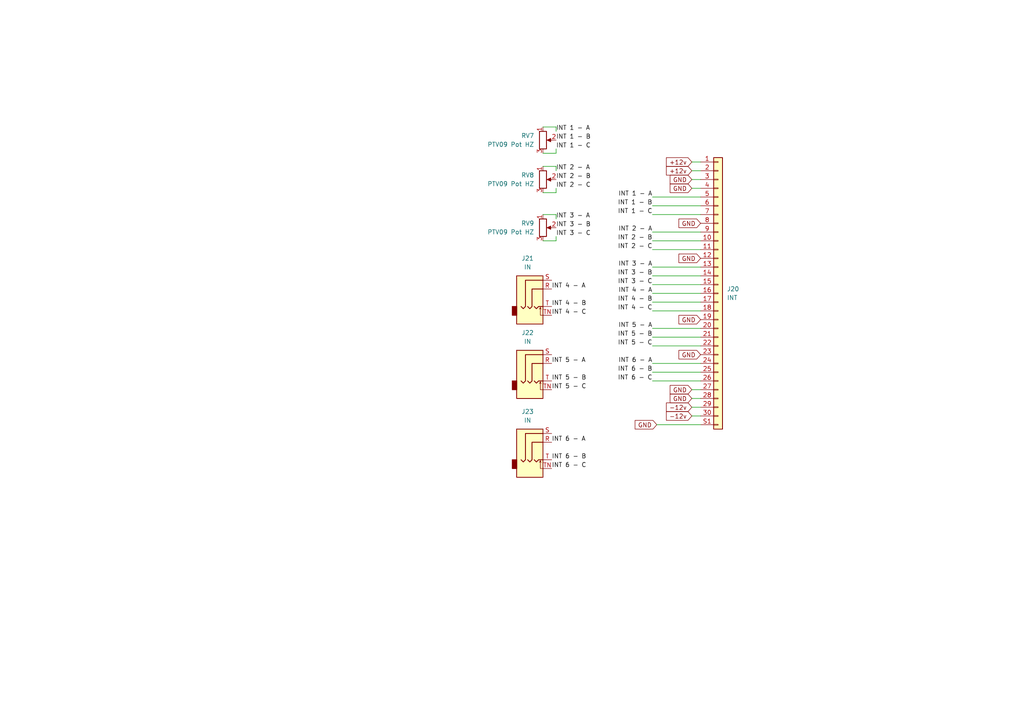
<source format=kicad_sch>
(kicad_sch (version 20231120) (generator "eeschema") (generator_version "8.0")
  (paper "A4")
  (title_block (title "Audio Thing Template") (rev "1.0") (company "velvia-fifty") (comment 1 "https://github.com/velvia-fifty/AudioThings") (comment 2 "You should have changed this already :)") (comment 4 "Stay humble"))
  (lib_symbols
    (symbol "Connector_Audio:AudioJack3_SwitchT"
      (property "Reference" "J" (at 0 8.89 0))
      (property "Value" "AudioJack3_SwitchT" (at 0 6.35 0))
      (symbol "AudioJack3_SwitchT_0_1"
        (rectangle (start -5.08 -5.08) (end -6.35 -7.62) (stroke (width 0.254)) (fill (type outline)))
        (polyline (pts (xy 1.778 -5.334) (xy 2.032 -5.842)))
        (polyline (pts (xy 0 -5.08) (xy 0.635 -5.715) (xy 1.27 -5.08) (xy 2.54 -5.08)) (stroke (width 0.254)))
        (polyline (pts (xy 2.54 -7.62) (xy 1.778 -7.62) (xy 1.778 -5.334) (xy 1.524 -5.842)))
        (polyline (pts (xy -1.905 -5.08) (xy -1.27 -5.715) (xy -0.635 -5.08) (xy -0.635 0) (xy 2.54 0)) (stroke (width 0.254)))
        (polyline (pts (xy 2.54 2.54) (xy -2.54 2.54) (xy -2.54 -5.08) (xy -3.175 -5.715) (xy -3.81 -5.08)) (stroke (width 0.254)))
        (rectangle (start 2.54 3.81) (end -5.08 -10.16) (stroke (width 0.254)) (fill (type background)))
      )
      (symbol "AudioJack3_SwitchT_1_1"
        (pin passive line (at 5.08 0 180) (length 2.54) (name "~") (number "R"))
        (pin passive line (at 5.08 2.54 180) (length 2.54) (name "~") (number "S"))
        (pin passive line (at 5.08 -5.08 180) (length 2.54) (name "~") (number "T"))
        (pin passive line (at 5.08 -7.62 180) (length 2.54) (name "~") (number "TN"))
      )
    )
    (symbol "Connector_Generic:Conn_01x31" (pin_names (offset 1.016) hide)
      (property "Reference" "J10" (at 2.54 1.2701 0))
      (property "Value" "Conn_01x31" (at 2.54 -1.2699 0))
      (symbol "Conn_01x31_1_1"
        (rectangle (start -1.27 -37.973) (end 0 -38.227) (stroke (width 0.1524)))
        (rectangle (start -1.27 -35.433) (end 0 -35.687) (stroke (width 0.1524)))
        (rectangle (start -1.27 -32.893) (end 0 -33.147) (stroke (width 0.1524)))
        (rectangle (start -1.27 -30.353) (end 0 -30.607) (stroke (width 0.1524)))
        (rectangle (start -1.27 -27.813) (end 0 -28.067) (stroke (width 0.1524)))
        (rectangle (start -1.27 -25.273) (end 0 -25.527) (stroke (width 0.1524)))
        (rectangle (start -1.27 -22.733) (end 0 -22.987) (stroke (width 0.1524)))
        (rectangle (start -1.27 -20.193) (end 0 -20.447) (stroke (width 0.1524)))
        (rectangle (start -1.27 -17.653) (end 0 -17.907) (stroke (width 0.1524)))
        (rectangle (start -1.27 -15.113) (end 0 -15.367) (stroke (width 0.1524)))
        (rectangle (start -1.27 -12.573) (end 0 -12.827) (stroke (width 0.1524)))
        (rectangle (start -1.27 -10.033) (end 0 -10.287) (stroke (width 0.1524)))
        (rectangle (start -1.27 -7.493) (end 0 -7.747) (stroke (width 0.1524)))
        (rectangle (start -1.27 -4.953) (end 0 -5.207) (stroke (width 0.1524)))
        (rectangle (start -1.27 -2.413) (end 0 -2.667) (stroke (width 0.1524)))
        (rectangle (start -1.27 0.127) (end 0 -0.127) (stroke (width 0.1524)))
        (rectangle (start -1.27 2.667) (end 0 2.413) (stroke (width 0.1524)))
        (rectangle (start -1.27 5.207) (end 0 4.953) (stroke (width 0.1524)))
        (rectangle (start -1.27 7.747) (end 0 7.493) (stroke (width 0.1524)))
        (rectangle (start -1.27 10.287) (end 0 10.033) (stroke (width 0.1524)))
        (rectangle (start -1.27 12.827) (end 0 12.573) (stroke (width 0.1524)))
        (rectangle (start -1.27 15.367) (end 0 15.113) (stroke (width 0.1524)))
        (rectangle (start -1.27 17.907) (end 0 17.653) (stroke (width 0.1524)))
        (rectangle (start -1.27 20.447) (end 0 20.193) (stroke (width 0.1524)))
        (rectangle (start -1.27 22.987) (end 0 22.733) (stroke (width 0.1524)))
        (rectangle (start -1.27 25.527) (end 0 25.273) (stroke (width 0.1524)))
        (rectangle (start -1.27 28.067) (end 0 27.813) (stroke (width 0.1524)))
        (rectangle (start -1.27 30.607) (end 0 30.353) (stroke (width 0.1524)))
        (rectangle (start -1.27 33.147) (end 0 32.893) (stroke (width 0.1524)))
        (rectangle (start -1.27 35.687) (end 0 35.433) (stroke (width 0.1524)))
        (rectangle (start -1.27 38.227) (end 0 37.973) (stroke (width 0.1524)))
        (rectangle (start -1.27 39.37) (end 1.27 -39.37) (stroke (width 0.254)) (fill (type background)))
        (pin passive line (at -5.08 38.1 0) (length 3.81) (name "Pin_1") (number "1"))
        (pin passive line (at -5.08 15.24 0) (length 3.81) (name "Pin_10") (number "10"))
        (pin passive line (at -5.08 12.7 0) (length 3.81) (name "Pin_11") (number "11"))
        (pin passive line (at -5.08 10.16 0) (length 3.81) (name "Pin_12") (number "12"))
        (pin passive line (at -5.08 7.62 0) (length 3.81) (name "Pin_13") (number "13"))
        (pin passive line (at -5.08 5.08 0) (length 3.81) (name "Pin_14") (number "14"))
        (pin passive line (at -5.08 2.54 0) (length 3.81) (name "Pin_15") (number "15"))
        (pin passive line (at -5.08 0 0) (length 3.81) (name "Pin_16") (number "16"))
        (pin passive line (at -5.08 -2.54 0) (length 3.81) (name "Pin_17") (number "17"))
        (pin passive line (at -5.08 -5.08 0) (length 3.81) (name "Pin_18") (number "18"))
        (pin passive line (at -5.08 -7.62 0) (length 3.81) (name "Pin_19") (number "19"))
        (pin passive line (at -5.08 35.56 0) (length 3.81) (name "Pin_2") (number "2"))
        (pin passive line (at -5.08 -10.16 0) (length 3.81) (name "Pin_20") (number "20"))
        (pin passive line (at -5.08 -12.7 0) (length 3.81) (name "Pin_21") (number "21"))
        (pin passive line (at -5.08 -15.24 0) (length 3.81) (name "Pin_22") (number "22"))
        (pin passive line (at -5.08 -17.78 0) (length 3.81) (name "Pin_23") (number "23"))
        (pin passive line (at -5.08 -20.32 0) (length 3.81) (name "Pin_24") (number "24"))
        (pin passive line (at -5.08 -22.86 0) (length 3.81) (name "Pin_25") (number "25"))
        (pin passive line (at -5.08 -25.4 0) (length 3.81) (name "Pin_26") (number "26"))
        (pin passive line (at -5.08 -27.94 0) (length 3.81) (name "Pin_27") (number "27"))
        (pin passive line (at -5.08 -30.48 0) (length 3.81) (name "Pin_28") (number "28"))
        (pin passive line (at -5.08 -33.02 0) (length 3.81) (name "Pin_29") (number "29"))
        (pin passive line (at -5.08 33.02 0) (length 3.81) (name "Pin_3") (number "3"))
        (pin passive line (at -5.08 -35.56 0) (length 3.81) (name "Pin_30") (number "30"))
        (pin passive line (at -5.08 30.48 0) (length 3.81) (name "Pin_4") (number "4"))
        (pin passive line (at -5.08 27.94 0) (length 3.81) (name "Pin_5") (number "5"))
        (pin passive line (at -5.08 25.4 0) (length 3.81) (name "Pin_6") (number "6"))
        (pin passive line (at -5.08 22.86 0) (length 3.81) (name "Pin_7") (number "7"))
        (pin passive line (at -5.08 20.32 0) (length 3.81) (name "Pin_8") (number "8"))
        (pin passive line (at -5.08 17.78 0) (length 3.81) (name "Pin_9") (number "9"))
        (pin passive line (at -5.08 -38.1 0) (length 3.81) (name "S1") (number "S1"))
      )
    )
    (symbol "Device:R_Potentiometer" (pin_names (offset 1.016) hide)
      (property "Reference" "RV" (at -4.445 0 90))
      (property "Value" "R_Potentiometer" (at -2.54 0 90))
      (symbol "R_Potentiometer_0_1"
        (polyline (pts (xy 2.54 0) (xy 1.524 0)))
        (polyline (pts (xy 1.143 0) (xy 2.286 0.508) (xy 2.286 -0.508) (xy 1.143 0)) (fill (type outline)))
        (rectangle (start 1.016 2.54) (end -1.016 -2.54) (stroke (width 0.254)))
      )
      (symbol "R_Potentiometer_1_1"
        (pin passive line (at 0 3.81 270) (length 1.27) (name "1") (number "1"))
        (pin passive line (at 3.81 0 180) (length 1.27) (name "2") (number "2"))
        (pin passive line (at 0 -3.81 90) (length 1.27) (name "3") (number "3"))
      )
    )
  )
  (wire (pts (xy 157.48 36.83) (xy 161.29 36.83)))
  (wire (pts (xy 161.29 54.61) (xy 161.29 55.88)))
  (wire (pts (xy 161.29 43.18) (xy 161.29 44.45)))
  (wire (pts (xy 200.66 120.65) (xy 203.2 120.65)))
  (wire (pts (xy 200.66 118.11) (xy 203.2 118.11)))
  (wire (pts (xy 189.23 97.79) (xy 203.2 97.79)))
  (wire (pts (xy 189.23 57.15) (xy 203.2 57.15)))
  (wire (pts (xy 189.23 87.63) (xy 203.2 87.63)))
  (wire (pts (xy 189.23 62.23) (xy 203.2 62.23)))
  (wire (pts (xy 189.23 85.09) (xy 203.2 85.09)))
  (wire (pts (xy 189.23 95.25) (xy 203.2 95.25)))
  (wire (pts (xy 161.29 68.58) (xy 161.29 69.85)))
  (wire (pts (xy 161.29 62.23) (xy 157.48 62.23)))
  (wire (pts (xy 161.29 36.83) (xy 161.29 38.1)))
  (wire (pts (xy 189.23 69.85) (xy 203.2 69.85)))
  (wire (pts (xy 189.23 80.01) (xy 203.2 80.01)))
  (wire (pts (xy 189.23 110.49) (xy 203.2 110.49)))
  (wire (pts (xy 189.23 100.33) (xy 203.2 100.33)))
  (wire (pts (xy 190.5 123.19) (xy 203.2 123.19)))
  (wire (pts (xy 161.29 69.85) (xy 157.48 69.85)))
  (wire (pts (xy 189.23 72.39) (xy 203.2 72.39)))
  (wire (pts (xy 200.66 113.03) (xy 203.2 113.03)))
  (wire (pts (xy 161.29 55.88) (xy 157.48 55.88)))
  (wire (pts (xy 189.23 107.95) (xy 203.2 107.95)))
  (wire (pts (xy 189.23 67.31) (xy 203.2 67.31)))
  (wire (pts (xy 157.48 44.45) (xy 161.29 44.45)))
  (wire (pts (xy 189.23 59.69) (xy 203.2 59.69)))
  (wire (pts (xy 189.23 77.47) (xy 203.2 77.47)))
  (wire (pts (xy 200.66 115.57) (xy 203.2 115.57)))
  (wire (pts (xy 161.29 63.5) (xy 161.29 62.23)))
  (wire (pts (xy 189.23 82.55) (xy 203.2 82.55)))
  (wire (pts (xy 200.66 52.07) (xy 203.2 52.07)))
  (wire (pts (xy 200.66 54.61) (xy 203.2 54.61)))
  (wire (pts (xy 189.23 105.41) (xy 203.2 105.41)))
  (wire (pts (xy 161.29 48.26) (xy 157.48 48.26)))
  (wire (pts (xy 161.29 49.53) (xy 161.29 48.26)))
  (wire (pts (xy 189.23 90.17) (xy 203.2 90.17)))
  (wire (pts (xy 200.66 46.99) (xy 203.2 46.99)))
  (wire (pts (xy 200.66 49.53) (xy 203.2 49.53)))
  (label "INT 6 - A" (at 160.02 128.27 0))
  (label "INT 1 - A" (at 161.29 38.1 0))
  (label "INT 5 - C" (at 160.02 113.03 0))
  (label "INT 6 - B" (at 160.02 133.35 0))
  (label "INT 3 - C" (at 189.23 82.55 180))
  (label "INT 4 - B" (at 189.23 87.63 180))
  (label "INT 5 - A" (at 189.23 95.25 180))
  (label "INT 6 - B" (at 189.23 107.95 180))
  (label "INT 4 - A" (at 189.23 85.09 180))
  (label "INT 4 - B" (at 160.02 88.9 0))
  (label "INT 3 - A" (at 189.23 77.47 180))
  (label "INT 3 - B" (at 161.29 66.04 0))
  (label "INT 2 - C" (at 189.23 72.39 180))
  (label "INT 2 - A" (at 161.29 49.53 0))
  (label "INT 2 - B" (at 161.29 52.07 0))
  (label "INT 1 - B" (at 161.29 40.64 0))
  (label "INT 1 - A" (at 189.23 57.15 180))
  (label "INT 4 - A" (at 160.02 83.82 0))
  (label "INT 1 - C" (at 189.23 62.23 180))
  (label "INT 5 - B" (at 160.02 110.49 0))
  (label "INT 2 - C" (at 161.29 54.61 0))
  (label "INT 3 - A" (at 161.29 63.5 0))
  (label "INT 6 - C" (at 189.23 110.49 180))
  (label "INT 1 - C" (at 161.29 43.18 0))
  (label "INT 4 - C" (at 160.02 91.44 0))
  (label "INT 5 - A" (at 160.02 105.41 0))
  (label "INT 3 - B" (at 189.23 80.01 180))
  (label "INT 6 - A" (at 189.23 105.41 180))
  (label "INT 5 - C" (at 189.23 100.33 180))
  (label "INT 2 - B" (at 189.23 69.85 180))
  (label "INT 1 - B" (at 189.23 59.69 180))
  (label "INT 3 - C" (at 161.29 68.58 0))
  (label "INT 2 - A" (at 189.23 67.31 180))
  (label "INT 4 - C" (at 189.23 90.17 180))
  (label "INT 6 - C" (at 160.02 135.89 0))
  (label "INT 5 - B" (at 189.23 97.79 180))
  (global_label "-12v" (shape input) (at 200.66 118.11 180) (property "Intersheetrefs" "${INTERSHEET_REFS}" (effects (hide yes))))
  (global_label "GND" (shape input) (at 203.2 92.71 180) (property "Intersheetrefs" "${INTERSHEET_REFS}" (effects (hide yes))))
  (global_label "+12v" (shape input) (at 200.66 49.53 180) (property "Intersheetrefs" "${INTERSHEET_REFS}" (effects (hide yes))))
  (global_label "GND" (shape input) (at 203.2 102.87 180) (property "Intersheetrefs" "${INTERSHEET_REFS}" (effects (hide yes))))
  (global_label "GND" (shape input) (at 200.66 115.57 180) (property "Intersheetrefs" "${INTERSHEET_REFS}" (effects (hide yes))))
  (global_label "-12v" (shape input) (at 200.66 120.65 180) (property "Intersheetrefs" "${INTERSHEET_REFS}" (effects (hide yes))))
  (global_label "GND" (shape input) (at 190.5 123.19 180) (property "Intersheetrefs" "${INTERSHEET_REFS}" (effects (hide yes))))
  (global_label "+12v" (shape input) (at 200.66 46.99 180) (property "Intersheetrefs" "${INTERSHEET_REFS}" (effects (hide yes))))
  (global_label "GND" (shape input) (at 200.66 54.61 180) (property "Intersheetrefs" "${INTERSHEET_REFS}" (effects (hide yes))))
  (global_label "GND" (shape input) (at 200.66 113.03 180) (property "Intersheetrefs" "${INTERSHEET_REFS}" (effects (hide yes))))
  (global_label "GND" (shape input) (at 203.2 64.77 180) (property "Intersheetrefs" "${INTERSHEET_REFS}" (effects (hide yes))))
  (global_label "GND" (shape input) (at 203.2 74.93 180) (property "Intersheetrefs" "${INTERSHEET_REFS}" (effects (hide yes))))
  (global_label "GND" (shape input) (at 200.66 52.07 180) (property "Intersheetrefs" "${INTERSHEET_REFS}" (effects (hide yes))))
  (symbol (lib_id "Device:R_Potentiometer") (at 157.48 66.04 0) (unit 1)
    (property "Reference" "RV9" (at 154.94 64.7699 0) (effects (justify right)))
    (property "Value" "PTV09 Pot HZ" (at 154.94 67.3099 0) (effects (justify right)))
    (property "Footprint" "AT-Footprints:2HP_PTV09A-1_Single_Vertical" (effects (hide yes)))
    (property "Description" "Potentiometer" (effects (hide yes)))
  )
  (symbol (lib_id "Device:R_Potentiometer") (at 157.48 52.07 0) (unit 1)
    (property "Reference" "RV8" (at 154.94 50.7999 0) (effects (justify right)))
    (property "Value" "PTV09 Pot HZ" (at 154.94 53.3399 0) (effects (justify right)))
    (property "Footprint" "AT-Footprints:2HP_PTV09A-1_Single_Vertical" (effects (hide yes)))
    (property "Description" "Potentiometer" (effects (hide yes)))
  )
  (symbol (lib_id "Device:R_Potentiometer") (at 157.48 40.64 0) (unit 1)
    (property "Reference" "RV7" (at 154.94 39.3699 0) (effects (justify right)))
    (property "Value" "PTV09 Pot HZ" (at 154.94 41.9099 0) (effects (justify right)))
    (property "Footprint" "AT-Footprints:2HP_PTV09A-1_Single_Vertical" (effects (hide yes)))
    (property "Description" "Potentiometer" (effects (hide yes)))
  )
  (symbol (lib_id "Connector_Audio:AudioJack3_SwitchT") (at 154.94 105.41 0) (unit 1)
    (property "Reference" "J22" (at 153.035 96.52 0))
    (property "Value" "IN" (at 153.035 99.06 0))
    (property "Footprint" "AT-Footprints:SJ3-3505" (effects (hide yes)))
    (property "Description" "Audio Jack, 3 Poles (Stereo / TRS), Switched T Pole (Normalling)" (effects (hide yes)))
  )
  (symbol (lib_id "Connector_Audio:AudioJack3_SwitchT") (at 154.94 128.27 0) (unit 1)
    (property "Reference" "J23" (at 153.035 119.38 0))
    (property "Value" "IN" (at 153.035 121.92 0))
    (property "Footprint" "AT-Footprints:SJ3-3505" (effects (hide yes)))
    (property "Description" "Audio Jack, 3 Poles (Stereo / TRS), Switched T Pole (Normalling)" (effects (hide yes)))
  )
  (symbol (lib_id "Connector_Generic:Conn_01x31") (at 208.28 85.09 0) (unit 1)
    (property "Reference" "J20" (at 210.82 83.8199 0) (effects (justify left)))
    (property "Value" "INT" (at 210.82 86.3599 0) (effects (justify left)))
    (property "Footprint" "AT-Footprints:ffc-30-v-TE_3-1734742-0" (effects (hide yes)))
    (property "Description" "Generic connector, single row, 01x31, script generated (kicad-library-utils/schlib/autogen/connector/)" (effects (hide yes)))
  )
  (symbol (lib_id "Connector_Audio:AudioJack3_SwitchT") (at 154.94 83.82 0) (unit 1)
    (property "Reference" "J21" (at 153.035 74.93 0))
    (property "Value" "IN" (at 153.035 77.47 0))
    (property "Footprint" "AT-Footprints:SJ3-3505" (effects (hide yes)))
    (property "Description" "Audio Jack, 3 Poles (Stereo / TRS), Switched T Pole (Normalling)" (effects (hide yes)))
  )
)
</source>
